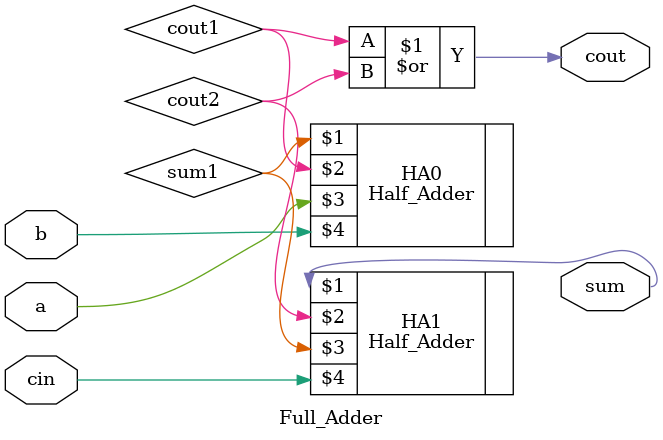
<source format=v>
`timescale 1ns / 1ps

module Full_Adder(output sum,cout,input a,b,cin);
wire cout1,cout2,sum1;
Half_Adder HA0(sum1,cout1,a,b);
Half_Adder HA1(sum,cout2,sum1,cin);
or o1(cout,cout1,cout2);
endmodule

</source>
